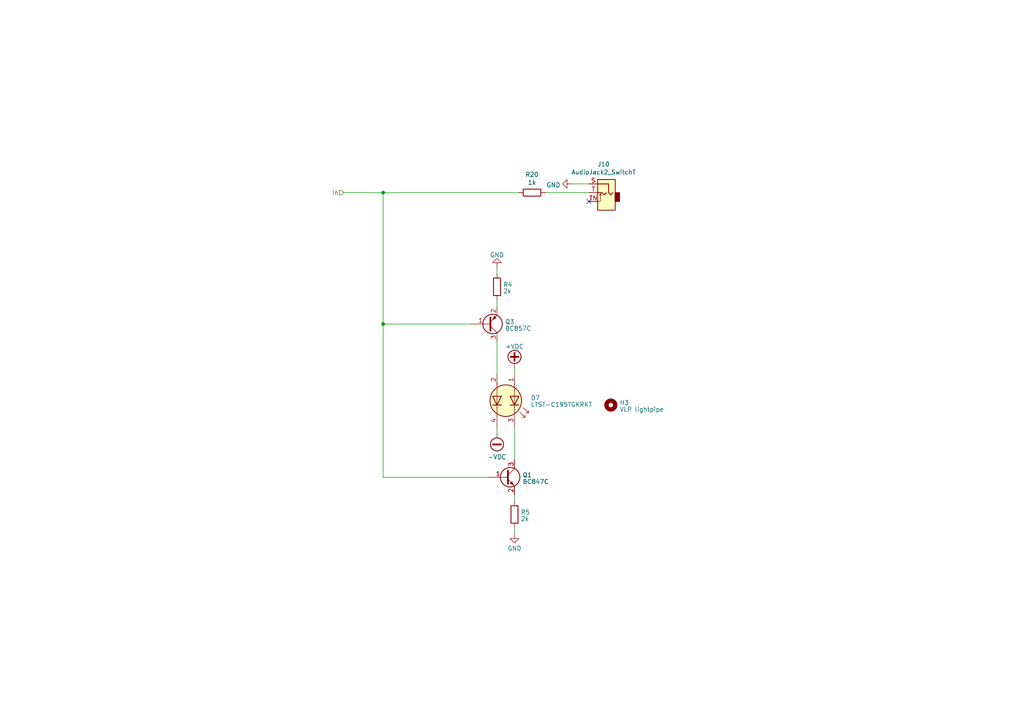
<source format=kicad_sch>
(kicad_sch (version 20230121) (generator eeschema)
  (paper "A4")
  (title_block (title "M2IDI - CV16 IO") (date "2024-03-30") (rev "3.1") (company "GuavTek"))
  (lib_symbols
    (symbol "Connector_Audio:AudioJack2_SwitchT"
      (property "Reference" "J" (at 0 8.89 0))
      (property "Value" "AudioJack2_SwitchT" (at 0 6.35 0))
      (symbol "AudioJack2_SwitchT_0_1"
        (rectangle (start -2.54 0) (end -3.81 -2.54) (stroke (width 0.254)) (fill (type outline)))
        (polyline (pts (xy 1.778 -0.254) (xy 2.032 -0.762)))
        (polyline (pts (xy 0 0) (xy 0.635 -0.635) (xy 1.27 0) (xy 2.54 0)) (stroke (width 0.254)))
        (polyline (pts (xy 2.54 -2.54) (xy 1.778 -2.54) (xy 1.778 -0.254) (xy 1.524 -0.762)))
        (polyline (pts (xy 2.54 2.54) (xy -0.635 2.54) (xy -0.635 0) (xy -1.27 -0.635) (xy -1.905 0)) (stroke (width 0.254)))
        (rectangle (start 2.54 3.81) (end -2.54 -5.08) (stroke (width 0.254)) (fill (type background)))
      )
      (symbol "AudioJack2_SwitchT_1_1"
        (pin passive line (at 5.08 2.54 180) (length 2.54) (name "~") (number "S"))
        (pin passive line (at 5.08 0 180) (length 2.54) (name "~") (number "T"))
        (pin passive line (at 5.08 -2.54 180) (length 2.54) (name "~") (number "TN"))
      )
    )
    (symbol "Device:LED_Dual_AAKK" (pin_names (offset 0) hide)
      (property "Reference" "D" (at 0 5.715 0))
      (property "Value" "LED_Dual_AAKK" (at 0 -6.35 0))
      (symbol "LED_Dual_AAKK_0_1"
        (polyline (pts (xy -5.08 -2.54) (xy 2.032 -2.54)))
        (polyline (pts (xy -5.08 2.54) (xy 2.032 2.54)))
        (polyline (pts (xy 1.27 -1.27) (xy 1.27 -3.81)) (stroke (width 0.254)))
        (polyline (pts (xy 1.27 3.81) (xy 1.27 1.27)) (stroke (width 0.254)))
        (polyline (pts (xy 3.81 -2.54) (xy 1.905 -2.54)))
        (polyline (pts (xy 3.81 2.54) (xy 1.905 2.54)))
        (polyline (pts (xy -1.27 -1.27) (xy -1.27 -3.81) (xy 1.27 -2.54) (xy -1.27 -1.27)) (stroke (width 0.254)))
        (polyline (pts (xy -1.27 3.81) (xy -1.27 1.27) (xy 1.27 2.54) (xy -1.27 3.81)) (stroke (width 0.254)))
        (polyline (pts (xy 2.032 5.08) (xy 3.556 6.604) (xy 2.794 6.604) (xy 3.556 6.604) (xy 3.556 5.842)))
        (polyline (pts (xy 3.302 4.064) (xy 4.826 5.588) (xy 4.064 5.588) (xy 4.826 5.588) (xy 4.826 4.826)))
        (circle (center 0 0) (radius 4.572) (stroke (width 0.254)) (fill (type background)))
      )
      (symbol "LED_Dual_AAKK_1_1"
        (pin input line (at -7.62 2.54 0) (length 3.048) (name "A1") (number "1"))
        (pin input line (at -7.62 -2.54 0) (length 3.048) (name "A2") (number "2"))
        (pin input line (at 7.62 2.54 180) (length 3.81) (name "K1") (number "3"))
        (pin input line (at 7.62 -2.54 180) (length 3.81) (name "K2") (number "4"))
      )
    )
    (symbol "Device:R" (pin_numbers hide) (pin_names (offset 0))
      (property "Reference" "R" (at 2.032 0 90))
      (property "Value" "R" (at 0 0 90))
      (symbol "R_0_1"
        (rectangle (start -1.016 -2.54) (end 1.016 2.54) (stroke (width 0.254)))
      )
      (symbol "R_1_1"
        (pin passive line (at 0 3.81 270) (length 1.27) (name "~") (number "1"))
        (pin passive line (at 0 -3.81 90) (length 1.27) (name "~") (number "2"))
      )
    )
    (symbol "Mechanical:MountingHole" (pin_names (offset 1.016))
      (property "Reference" "H" (at 0 5.08 0))
      (property "Value" "MountingHole" (at 0 3.175 0))
      (symbol "MountingHole_0_1"
        (circle (center 0 0) (radius 1.27) (stroke (width 1.27)))
      )
    )
    (symbol "Transistor_BJT:BC847" (pin_names (offset 0) hide)
      (property "Reference" "Q" (at 5.08 1.905 0))
      (property "Value" "BC847" (at 5.08 0 0))
      (symbol "BC847_0_1"
        (polyline (pts (xy 0.635 0.635) (xy 2.54 2.54)))
        (polyline (pts (xy 0.635 -0.635) (xy 2.54 -2.54) (xy 2.54 -2.54)))
        (polyline (pts (xy 0.635 1.905) (xy 0.635 -1.905) (xy 0.635 -1.905)) (stroke (width 0.508)))
        (polyline (pts (xy 1.27 -1.778) (xy 1.778 -1.27) (xy 2.286 -2.286) (xy 1.27 -1.778) (xy 1.27 -1.778)) (fill (type outline)))
        (circle (center 1.27 0) (radius 2.8194) (stroke (width 0.254)))
      )
      (symbol "BC847_1_1"
        (pin input line (at -5.08 0 0) (length 5.715) (name "B") (number "1"))
        (pin passive line (at 2.54 -5.08 90) (length 2.54) (name "E") (number "2"))
        (pin passive line (at 2.54 5.08 270) (length 2.54) (name "C") (number "3"))
      )
    )
    (symbol "Transistor_BJT:BC857" (pin_names (offset 0) hide)
      (property "Reference" "Q" (at 5.08 1.905 0))
      (property "Value" "BC857" (at 5.08 0 0))
      (symbol "BC857_0_1"
        (polyline (pts (xy 0.635 0.635) (xy 2.54 2.54)))
        (polyline (pts (xy 0.635 -0.635) (xy 2.54 -2.54) (xy 2.54 -2.54)))
        (polyline (pts (xy 0.635 1.905) (xy 0.635 -1.905) (xy 0.635 -1.905)) (stroke (width 0.508)))
        (polyline (pts (xy 2.286 -1.778) (xy 1.778 -2.286) (xy 1.27 -1.27) (xy 2.286 -1.778) (xy 2.286 -1.778)) (fill (type outline)))
        (circle (center 1.27 0) (radius 2.8194) (stroke (width 0.254)))
      )
      (symbol "BC857_1_1"
        (pin input line (at -5.08 0 0) (length 5.715) (name "B") (number "1"))
        (pin passive line (at 2.54 -5.08 90) (length 2.54) (name "E") (number "2"))
        (pin passive line (at 2.54 5.08 270) (length 2.54) (name "C") (number "3"))
      )
    )
    (symbol "power:+VDC" (power) (pin_names (offset 0))
      (property "Value" "+VDC" (at 0 6.35 0))
      (symbol "+VDC_0_1"
        (polyline (pts (xy -1.143 3.175) (xy 1.143 3.175)) (stroke (width 0.508)))
        (polyline (pts (xy 0 0) (xy 0 1.27)))
        (polyline (pts (xy 0 2.032) (xy 0 4.318)) (stroke (width 0.508)))
        (circle (center 0 3.175) (radius 1.905) (stroke (width 0.254)))
      )
      (symbol "+VDC_1_1"
        (pin power_in line (at 0 0 90) (length 0) hide (name "+VDC") (number "1"))
      )
    )
    (symbol "power:-VDC" (power) (pin_names (offset 0))
      (property "Value" "-VDC" (at 0 6.35 0))
      (symbol "-VDC_0_1"
        (polyline (pts (xy -1.143 3.175) (xy 1.143 3.175)) (stroke (width 0.508)))
        (polyline (pts (xy 0 0) (xy 0 1.27)))
        (circle (center 0 3.175) (radius 1.905) (stroke (width 0.254)))
      )
      (symbol "-VDC_1_1"
        (pin power_in line (at 0 0 90) (length 0) hide (name "-VDC") (number "1"))
      )
    )
    (symbol "power:GND" (power) (pin_names (offset 0))
      (property "Value" "GND" (at 0 -3.81 0))
      (symbol "GND_0_1"
        (polyline (pts (xy 0 0) (xy 0 -1.27) (xy 1.27 -1.27) (xy 0 -2.54) (xy -1.27 -1.27) (xy 0 -1.27)))
      )
      (symbol "GND_1_1"
        (pin power_in line (at 0 0 270) (length 0) hide (name "GND") (number "1"))
      )
    )
  )
  (junction (at 111.125 93.98))
  (junction (at 111.125 55.88))
  (no_connect (at 170.815 58.42))
  (wire (pts (xy 99.695 55.88) (xy 111.125 55.88)))
  (wire (pts (xy 144.145 123.825) (xy 144.145 125.73)))
  (wire (pts (xy 165.735 53.34) (xy 170.815 53.34)))
  (wire (pts (xy 111.125 138.43) (xy 141.605 138.43)))
  (wire (pts (xy 144.145 86.995) (xy 144.145 88.9)))
  (wire (pts (xy 149.225 153.035) (xy 149.225 154.94)))
  (wire (pts (xy 111.125 55.88) (xy 111.125 93.98)))
  (wire (pts (xy 144.145 99.06) (xy 144.145 108.585)))
  (wire (pts (xy 111.125 93.98) (xy 136.525 93.98)))
  (wire (pts (xy 170.815 55.88) (xy 158.115 55.88)))
  (wire (pts (xy 111.125 93.98) (xy 111.125 138.43)))
  (wire (pts (xy 149.225 143.51) (xy 149.225 145.415)))
  (wire (pts (xy 149.225 106.68) (xy 149.225 108.585)))
  (wire (pts (xy 144.145 77.47) (xy 144.145 79.375)))
  (wire (pts (xy 111.125 55.88) (xy 150.495 55.88)))
  (wire (pts (xy 149.225 123.825) (xy 149.225 133.35)))
  (hierarchical_label "In" (shape input) (at 99.695 55.88 180))
  (symbol (lib_id "power:GND") (at 165.735 53.34 270) (unit 1)
    (property "Reference" "#PWR014" (effects hide))
    (property "Value" "GND" (at 162.5601 53.6568 90) (effects (justify right)))
    (instances (project "MIDI_CV16_IO" (path "" (reference "#PWR014") (unit 1)) (path "" (reference "#PWR021") (unit 1)) (path "" (reference "#PWR028") (unit 1)) (path "" (reference "#PWR035") (unit 1)) (path "" (reference "#PWR042") (unit 1)) (path "" (reference "#PWR049") (unit 1)) (path "" (reference "#PWR056") (unit 1)) (path "" (reference "#PWR063") (unit 1)) (path "" (reference "#PWR070") (unit 1)) (path "" (reference "#PWR077") (unit 1)) (path "" (reference "#PWR084") (unit 1)) (path "" (reference "#PWR091") (unit 1)) (path "" (reference "#PWR098") (unit 1)) (path "" (reference "#PWR0105") (unit 1)) (path "" (reference "#PWR0112") (unit 1)) (path "" (reference "#PWR0119") (unit 1))))
  )
  (symbol (lib_id "Device:LED_Dual_AAKK") (at 146.685 116.205 270) (unit 1)
    (property "Reference" "D7" (at 153.924 115.4343 90) (effects (justify left)))
    (property "Value" "LTST-C195TGKRKT" (at 153.924 117.3553 90) (effects (justify left)))
    (property "Footprint" "Custom_FP:LED_LiteOn_LTST-C195TGKRKT" (effects hide))
    (instances (project "MIDI_CV16_IO" (path "" (reference "D7") (unit 1)) (path "" (reference "D10") (unit 1)) (path "" (reference "D13") (unit 1)) (path "" (reference "D16") (unit 1)) (path "" (reference "D19") (unit 1)) (path "" (reference "D61") (unit 1)) (path "" (reference "D64") (unit 1)) (path "" (reference "D67") (unit 1)) (path "" (reference "D70") (unit 1)) (path "" (reference "D73") (unit 1)) (path "" (reference "D76") (unit 1)) (path "" (reference "D79") (unit 1)) (path "" (reference "D82") (unit 1)) (path "" (reference "D85") (unit 1)) (path "" (reference "D88") (unit 1)) (path "" (reference "D91") (unit 1))))
  )
  (symbol (lib_id "Transistor_BJT:BC857") (at 141.605 93.98 0) (mirror x) (unit 1)
    (property "Reference" "Q3" (at 146.4564 93.3363 0) (effects (justify left)))
    (property "Value" "BC857C" (at 146.4564 95.2573 0) (effects (justify left)))
    (property "Footprint" "Package_TO_SOT_SMD:SOT-23" (effects hide))
    (property "Datasheet" "https://www.onsemi.com/pub/Collateral/BC860-D.pdf" (effects hide))
    (instances (project "MIDI_CV16_IO" (path "" (reference "Q3") (unit 1)) (path "" (reference "Q5") (unit 1)) (path "" (reference "Q7") (unit 1)) (path "" (reference "Q9") (unit 1)) (path "" (reference "Q11") (unit 1)) (path "" (reference "Q13") (unit 1)) (path "" (reference "Q15") (unit 1)) (path "" (reference "Q17") (unit 1)) (path "" (reference "Q19") (unit 1)) (path "" (reference "Q21") (unit 1)) (path "" (reference "Q23") (unit 1)) (path "" (reference "Q25") (unit 1)) (path "" (reference "Q27") (unit 1)) (path "" (reference "Q29") (unit 1)) (path "" (reference "Q31") (unit 1)) (path "" (reference "Q33") (unit 1))))
  )
  (symbol (lib_id "Device:R") (at 149.225 149.225 0) (unit 1)
    (property "Reference" "R5" (at 151.003 148.5813 0) (effects (justify left)))
    (property "Value" "2k" (at 151.003 150.5023 0) (effects (justify left)))
    (property "Footprint" "Resistor_SMD:R_0603_1608Metric" (effects hide))
    (instances (project "MIDI_CV16_IO" (path "" (reference "R5") (unit 1)) (path "" (reference "R8") (unit 1)) (path "" (reference "R11") (unit 1)) (path "" (reference "R14") (unit 1)) (path "" (reference "R17") (unit 1)) (path "" (reference "R20") (unit 1)) (path "" (reference "R23") (unit 1)) (path "" (reference "R26") (unit 1)) (path "" (reference "R29") (unit 1)) (path "" (reference "R32") (unit 1)) (path "" (reference "R35") (unit 1)) (path "" (reference "R38") (unit 1)) (path "" (reference "R41") (unit 1)) (path "" (reference "R44") (unit 1)) (path "" (reference "R47") (unit 1)) (path "" (reference "R50") (unit 1))))
  )
  (symbol (lib_id "Transistor_BJT:BC847") (at 146.685 138.43 0) (unit 1)
    (property "Reference" "Q1" (at 151.5364 137.7863 0) (effects (justify left)))
    (property "Value" "BC847C" (at 151.5364 139.7073 0) (effects (justify left)))
    (property "Footprint" "Package_TO_SOT_SMD:SOT-23" (effects hide))
    (property "Datasheet" "http://www.infineon.com/dgdl/Infineon-BC847SERIES_BC848SERIES_BC849SERIES_BC850SERIES-DS-v01_01-en.pdf?fileId=db3a304314dca389011541d4630a1657" (effects hide))
    (instances (project "MIDI_CV16_IO" (path "" (reference "Q1") (unit 1)) (path "" (reference "Q4") (unit 1)) (path "" (reference "Q6") (unit 1)) (path "" (reference "Q8") (unit 1)) (path "" (reference "Q10") (unit 1)) (path "" (reference "Q12") (unit 1)) (path "" (reference "Q14") (unit 1)) (path "" (reference "Q16") (unit 1)) (path "" (reference "Q18") (unit 1)) (path "" (reference "Q20") (unit 1)) (path "" (reference "Q22") (unit 1)) (path "" (reference "Q24") (unit 1)) (path "" (reference "Q26") (unit 1)) (path "" (reference "Q28") (unit 1)) (path "" (reference "Q30") (unit 1)) (path "" (reference "Q32") (unit 1)) (path "" (reference "Q34") (unit 1))))
  )
  (symbol (lib_id "power:+VDC") (at 149.225 106.68 0) (unit 1)
    (property "Reference" "#PWR012" (effects hide))
    (property "Value" "+VDC" (at 149.225 100.5111 0))
    (instances (project "MIDI_CV16_IO" (path "" (reference "#PWR012") (unit 1)) (path "" (reference "#PWR019") (unit 1)) (path "" (reference "#PWR026") (unit 1)) (path "" (reference "#PWR033") (unit 1)) (path "" (reference "#PWR040") (unit 1)) (path "" (reference "#PWR047") (unit 1)) (path "" (reference "#PWR054") (unit 1)) (path "" (reference "#PWR061") (unit 1)) (path "" (reference "#PWR068") (unit 1)) (path "" (reference "#PWR075") (unit 1)) (path "" (reference "#PWR082") (unit 1)) (path "" (reference "#PWR089") (unit 1)) (path "" (reference "#PWR096") (unit 1)) (path "" (reference "#PWR0103") (unit 1)) (path "" (reference "#PWR0110") (unit 1)) (path "" (reference "#PWR0117") (unit 1))))
  )
  (symbol (lib_id "Connector_Audio:AudioJack2_SwitchT") (at 175.895 55.88 0) (mirror y) (unit 1)
    (property "Reference" "J10" (at 175.0822 47.625 0))
    (property "Value" "AudioJack2_SwitchT" (at 175.0822 49.9364 0))
    (property "Footprint" "Custom_FP:PJ398SM" (effects hide))
    (instances (project "MIDI_CV16_IO" (path "" (reference "J10") (unit 1)) (path "" (reference "J3") (unit 1)) (path "" (reference "J4") (unit 1)) (path "" (reference "J5") (unit 1)) (path "" (reference "J6") (unit 1)) (path "" (reference "J7") (unit 1)) (path "" (reference "J8") (unit 1)) (path "" (reference "J9") (unit 1)) (path "" (reference "J10") (unit 1)) (path "" (reference "J12") (unit 1)) (path "" (reference "J13") (unit 1)) (path "" (reference "J14") (unit 1)) (path "" (reference "J15") (unit 1)) (path "" (reference "J16") (unit 1)) (path "" (reference "J17") (unit 1)) (path "" (reference "J18") (unit 1)) (path "" (reference "J19") (unit 1))))
  )
  (symbol (lib_id "Device:R") (at 144.145 83.185 0) (unit 1)
    (property "Reference" "R4" (at 145.923 82.5413 0) (effects (justify left)))
    (property "Value" "2k" (at 145.923 84.4623 0) (effects (justify left)))
    (property "Footprint" "Resistor_SMD:R_0603_1608Metric" (effects hide))
    (instances (project "MIDI_CV16_IO" (path "" (reference "R4") (unit 1)) (path "" (reference "R7") (unit 1)) (path "" (reference "R10") (unit 1)) (path "" (reference "R13") (unit 1)) (path "" (reference "R16") (unit 1)) (path "" (reference "R19") (unit 1)) (path "" (reference "R22") (unit 1)) (path "" (reference "R25") (unit 1)) (path "" (reference "R28") (unit 1)) (path "" (reference "R31") (unit 1)) (path "" (reference "R34") (unit 1)) (path "" (reference "R37") (unit 1)) (path "" (reference "R40") (unit 1)) (path "" (reference "R43") (unit 1)) (path "" (reference "R46") (unit 1)) (path "" (reference "R49") (unit 1))))
  )
  (symbol (lib_id "power:GND") (at 144.145 77.47 180) (unit 1)
    (property "Reference" "#PWR010" (effects hide))
    (property "Value" "GND" (at 144.145 73.9681 0))
    (instances (project "MIDI_CV16_IO" (path "" (reference "#PWR010") (unit 1)) (path "" (reference "#PWR017") (unit 1)) (path "" (reference "#PWR024") (unit 1)) (path "" (reference "#PWR031") (unit 1)) (path "" (reference "#PWR038") (unit 1)) (path "" (reference "#PWR045") (unit 1)) (path "" (reference "#PWR052") (unit 1)) (path "" (reference "#PWR059") (unit 1)) (path "" (reference "#PWR066") (unit 1)) (path "" (reference "#PWR073") (unit 1)) (path "" (reference "#PWR080") (unit 1)) (path "" (reference "#PWR087") (unit 1)) (path "" (reference "#PWR094") (unit 1)) (path "" (reference "#PWR0101") (unit 1)) (path "" (reference "#PWR0108") (unit 1)) (path "" (reference "#PWR0115") (unit 1))))
  )
  (symbol (lib_id "power:-VDC") (at 144.145 125.73 180) (unit 1)
    (property "Reference" "#PWR011" (effects hide))
    (property "Value" "-VDC" (at 144.145 132.5325 0))
    (instances (project "MIDI_CV16_IO" (path "" (reference "#PWR011") (unit 1)) (path "" (reference "#PWR018") (unit 1)) (path "" (reference "#PWR025") (unit 1)) (path "" (reference "#PWR032") (unit 1)) (path "" (reference "#PWR039") (unit 1)) (path "" (reference "#PWR046") (unit 1)) (path "" (reference "#PWR053") (unit 1)) (path "" (reference "#PWR060") (unit 1)) (path "" (reference "#PWR067") (unit 1)) (path "" (reference "#PWR074") (unit 1)) (path "" (reference "#PWR081") (unit 1)) (path "" (reference "#PWR088") (unit 1)) (path "" (reference "#PWR095") (unit 1)) (path "" (reference "#PWR0102") (unit 1)) (path "" (reference "#PWR0109") (unit 1)) (path "" (reference "#PWR0116") (unit 1))))
  )
  (symbol (lib_id "Device:R") (at 154.305 55.88 90) (mirror x) (unit 1)
    (property "Reference" "R20" (at 154.305 50.6222 90))
    (property "Value" "1k" (at 154.305 52.9336 90))
    (property "Footprint" "Resistor_SMD:R_0603_1608Metric" (effects hide))
    (instances (project "MIDI_CV16_IO" (path "" (reference "R20") (unit 1)) (path "" (reference "R6") (unit 1)) (path "" (reference "R9") (unit 1)) (path "" (reference "R12") (unit 1)) (path "" (reference "R15") (unit 1)) (path "" (reference "R18") (unit 1)) (path "" (reference "R21") (unit 1)) (path "" (reference "R24") (unit 1)) (path "" (reference "R27") (unit 1)) (path "" (reference "R30") (unit 1)) (path "" (reference "R33") (unit 1)) (path "" (reference "R36") (unit 1)) (path "" (reference "R39") (unit 1)) (path "" (reference "R42") (unit 1)) (path "" (reference "R45") (unit 1)) (path "" (reference "R48") (unit 1)) (path "" (reference "R51") (unit 1))))
  )
  (symbol (lib_id "power:GND") (at 149.225 154.94 0) (unit 1)
    (property "Reference" "#PWR013" (effects hide))
    (property "Value" "GND" (at 149.225 159.0755 0))
    (instances (project "MIDI_CV16_IO" (path "" (reference "#PWR013") (unit 1)) (path "" (reference "#PWR020") (unit 1)) (path "" (reference "#PWR027") (unit 1)) (path "" (reference "#PWR034") (unit 1)) (path "" (reference "#PWR041") (unit 1)) (path "" (reference "#PWR048") (unit 1)) (path "" (reference "#PWR055") (unit 1)) (path "" (reference "#PWR062") (unit 1)) (path "" (reference "#PWR069") (unit 1)) (path "" (reference "#PWR076") (unit 1)) (path "" (reference "#PWR083") (unit 1)) (path "" (reference "#PWR090") (unit 1)) (path "" (reference "#PWR097") (unit 1)) (path "" (reference "#PWR0104") (unit 1)) (path "" (reference "#PWR0111") (unit 1)) (path "" (reference "#PWR0118") (unit 1))))
  )
  (symbol (lib_id "Mechanical:MountingHole") (at 177.165 117.475 0) (unit 1)
    (property "Reference" "H3" (at 179.705 116.8313 0) (effects (justify left)))
    (property "Value" "VLP lightpipe" (at 179.705 118.7523 0) (effects (justify left)))
    (property "Footprint" "Custom_FP:VLP-LightPipes" (effects hide))
    (instances (project "MIDI_CV16_IO" (path "" (reference "H3") (unit 1)) (path "" (reference "H1") (unit 1)) (path "" (reference "H2") (unit 1)) (path "" (reference "H4") (unit 1)) (path "" (reference "H5") (unit 1)) (path "" (reference "H6") (unit 1)) (path "" (reference "H7") (unit 1)) (path "" (reference "H8") (unit 1)) (path "" (reference "H9") (unit 1)) (path "" (reference "H10") (unit 1)) (path "" (reference "H11") (unit 1)) (path "" (reference "H12") (unit 1)) (path "" (reference "H13") (unit 1)) (path "" (reference "H14") (unit 1)) (path "" (reference "H15") (unit 1)) (path "" (reference "H16") (unit 1))))
  )
)
</source>
